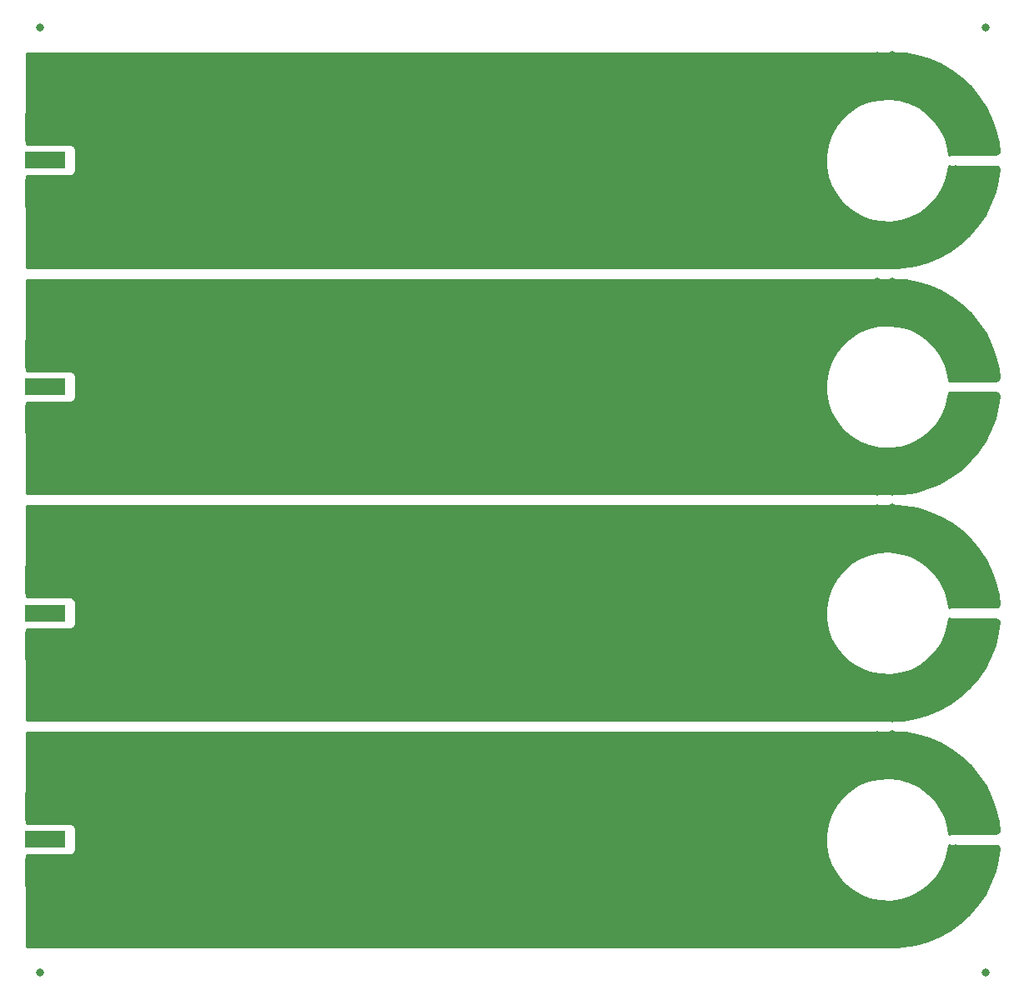
<source format=gbr>
G04 #@! TF.GenerationSoftware,KiCad,Pcbnew,(5.1.0)-1*
G04 #@! TF.CreationDate,2019-04-08T15:48:36-06:00*
G04 #@! TF.ProjectId,H-probe_poly_panelized,482d7072-6f62-4655-9f70-6f6c795f7061,rev?*
G04 #@! TF.SameCoordinates,Original*
G04 #@! TF.FileFunction,Copper,L1,Top*
G04 #@! TF.FilePolarity,Positive*
%FSLAX46Y46*%
G04 Gerber Fmt 4.6, Leading zero omitted, Abs format (unit mm)*
G04 Created by KiCad (PCBNEW (5.1.0)-1) date 2019-04-08 15:48:36*
%MOMM*%
%LPD*%
G04 APERTURE LIST*
%ADD10C,0.800000*%
%ADD11C,6.400000*%
%ADD12R,4.190000X3.000000*%
%ADD13R,4.190000X1.780000*%
%ADD14C,0.500000*%
%ADD15C,0.254000*%
G04 APERTURE END LIST*
D10*
X177197056Y-140302944D03*
X175500000Y-139600000D03*
X173802944Y-140302944D03*
X173100000Y-142000000D03*
X173802944Y-143697056D03*
X175500000Y-144400000D03*
X177197056Y-143697056D03*
X177900000Y-142000000D03*
D11*
X175500000Y-142000000D03*
D10*
X177197056Y-125302944D03*
X175500000Y-124600000D03*
X173802944Y-125302944D03*
X173100000Y-127000000D03*
X173802944Y-128697056D03*
X175500000Y-129400000D03*
X177197056Y-128697056D03*
X177900000Y-127000000D03*
D11*
X175500000Y-127000000D03*
D10*
X143197056Y-140302944D03*
X141500000Y-139600000D03*
X139802944Y-140302944D03*
X139100000Y-142000000D03*
X139802944Y-143697056D03*
X141500000Y-144400000D03*
X143197056Y-143697056D03*
X143900000Y-142000000D03*
D11*
X141500000Y-142000000D03*
D10*
X109197056Y-140302944D03*
X107500000Y-139600000D03*
X105802944Y-140302944D03*
X105100000Y-142000000D03*
X105802944Y-143697056D03*
X107500000Y-144400000D03*
X109197056Y-143697056D03*
X109900000Y-142000000D03*
D11*
X107500000Y-142000000D03*
D10*
X109197056Y-125302944D03*
X107500000Y-124600000D03*
X105802944Y-125302944D03*
X105100000Y-127000000D03*
X105802944Y-128697056D03*
X107500000Y-129400000D03*
X109197056Y-128697056D03*
X109900000Y-127000000D03*
D11*
X107500000Y-127000000D03*
D10*
X143197056Y-125302944D03*
X141500000Y-124600000D03*
X139802944Y-125302944D03*
X139100000Y-127000000D03*
X139802944Y-128697056D03*
X141500000Y-129400000D03*
X143197056Y-128697056D03*
X143900000Y-127000000D03*
D11*
X141500000Y-127000000D03*
D12*
X102500000Y-131175000D03*
X102500000Y-137825000D03*
D13*
X102500000Y-134500000D03*
D10*
X177197056Y-117302944D03*
X175500000Y-116600000D03*
X173802944Y-117302944D03*
X173100000Y-119000000D03*
X173802944Y-120697056D03*
X175500000Y-121400000D03*
X177197056Y-120697056D03*
X177900000Y-119000000D03*
D11*
X175500000Y-119000000D03*
D10*
X177197056Y-102302944D03*
X175500000Y-101600000D03*
X173802944Y-102302944D03*
X173100000Y-104000000D03*
X173802944Y-105697056D03*
X175500000Y-106400000D03*
X177197056Y-105697056D03*
X177900000Y-104000000D03*
D11*
X175500000Y-104000000D03*
D10*
X143197056Y-117302944D03*
X141500000Y-116600000D03*
X139802944Y-117302944D03*
X139100000Y-119000000D03*
X139802944Y-120697056D03*
X141500000Y-121400000D03*
X143197056Y-120697056D03*
X143900000Y-119000000D03*
D11*
X141500000Y-119000000D03*
D10*
X109197056Y-117302944D03*
X107500000Y-116600000D03*
X105802944Y-117302944D03*
X105100000Y-119000000D03*
X105802944Y-120697056D03*
X107500000Y-121400000D03*
X109197056Y-120697056D03*
X109900000Y-119000000D03*
D11*
X107500000Y-119000000D03*
D10*
X109197056Y-102302944D03*
X107500000Y-101600000D03*
X105802944Y-102302944D03*
X105100000Y-104000000D03*
X105802944Y-105697056D03*
X107500000Y-106400000D03*
X109197056Y-105697056D03*
X109900000Y-104000000D03*
D11*
X107500000Y-104000000D03*
D10*
X143197056Y-102302944D03*
X141500000Y-101600000D03*
X139802944Y-102302944D03*
X139100000Y-104000000D03*
X139802944Y-105697056D03*
X141500000Y-106400000D03*
X143197056Y-105697056D03*
X143900000Y-104000000D03*
D11*
X141500000Y-104000000D03*
D12*
X102500000Y-108175000D03*
X102500000Y-114825000D03*
D13*
X102500000Y-111500000D03*
D10*
X177197056Y-94302944D03*
X175500000Y-93600000D03*
X173802944Y-94302944D03*
X173100000Y-96000000D03*
X173802944Y-97697056D03*
X175500000Y-98400000D03*
X177197056Y-97697056D03*
X177900000Y-96000000D03*
D11*
X175500000Y-96000000D03*
D10*
X177197056Y-79302944D03*
X175500000Y-78600000D03*
X173802944Y-79302944D03*
X173100000Y-81000000D03*
X173802944Y-82697056D03*
X175500000Y-83400000D03*
X177197056Y-82697056D03*
X177900000Y-81000000D03*
D11*
X175500000Y-81000000D03*
D10*
X143197056Y-94302944D03*
X141500000Y-93600000D03*
X139802944Y-94302944D03*
X139100000Y-96000000D03*
X139802944Y-97697056D03*
X141500000Y-98400000D03*
X143197056Y-97697056D03*
X143900000Y-96000000D03*
D11*
X141500000Y-96000000D03*
D10*
X109197056Y-94302944D03*
X107500000Y-93600000D03*
X105802944Y-94302944D03*
X105100000Y-96000000D03*
X105802944Y-97697056D03*
X107500000Y-98400000D03*
X109197056Y-97697056D03*
X109900000Y-96000000D03*
D11*
X107500000Y-96000000D03*
D10*
X109197056Y-79302944D03*
X107500000Y-78600000D03*
X105802944Y-79302944D03*
X105100000Y-81000000D03*
X105802944Y-82697056D03*
X107500000Y-83400000D03*
X109197056Y-82697056D03*
X109900000Y-81000000D03*
D11*
X107500000Y-81000000D03*
D10*
X143197056Y-79302944D03*
X141500000Y-78600000D03*
X139802944Y-79302944D03*
X139100000Y-81000000D03*
X139802944Y-82697056D03*
X141500000Y-83400000D03*
X143197056Y-82697056D03*
X143900000Y-81000000D03*
D11*
X141500000Y-81000000D03*
D12*
X102500000Y-85175000D03*
X102500000Y-91825000D03*
D13*
X102500000Y-88500000D03*
X102500000Y-65500000D03*
D12*
X102500000Y-68825000D03*
X102500000Y-62175000D03*
D11*
X141500000Y-58000000D03*
D10*
X143900000Y-58000000D03*
X143197056Y-59697056D03*
X141500000Y-60400000D03*
X139802944Y-59697056D03*
X139100000Y-58000000D03*
X139802944Y-56302944D03*
X141500000Y-55600000D03*
X143197056Y-56302944D03*
D11*
X107500000Y-58000000D03*
D10*
X109900000Y-58000000D03*
X109197056Y-59697056D03*
X107500000Y-60400000D03*
X105802944Y-59697056D03*
X105100000Y-58000000D03*
X105802944Y-56302944D03*
X107500000Y-55600000D03*
X109197056Y-56302944D03*
D11*
X107500000Y-73000000D03*
D10*
X109900000Y-73000000D03*
X109197056Y-74697056D03*
X107500000Y-75400000D03*
X105802944Y-74697056D03*
X105100000Y-73000000D03*
X105802944Y-71302944D03*
X107500000Y-70600000D03*
X109197056Y-71302944D03*
D11*
X141500000Y-73000000D03*
D10*
X143900000Y-73000000D03*
X143197056Y-74697056D03*
X141500000Y-75400000D03*
X139802944Y-74697056D03*
X139100000Y-73000000D03*
X139802944Y-71302944D03*
X141500000Y-70600000D03*
X143197056Y-71302944D03*
D11*
X175500000Y-58000000D03*
D10*
X177900000Y-58000000D03*
X177197056Y-59697056D03*
X175500000Y-60400000D03*
X173802944Y-59697056D03*
X173100000Y-58000000D03*
X173802944Y-56302944D03*
X175500000Y-55600000D03*
X177197056Y-56302944D03*
D11*
X175500000Y-73000000D03*
D10*
X177900000Y-73000000D03*
X177197056Y-74697056D03*
X175500000Y-75400000D03*
X173802944Y-74697056D03*
X173100000Y-73000000D03*
X173802944Y-71302944D03*
X175500000Y-70600000D03*
X177197056Y-71302944D03*
D14*
X102000000Y-52000000D03*
X198000000Y-52000000D03*
X102000000Y-148000000D03*
X198000000Y-148000000D03*
D10*
X198000000Y-52000000D03*
X102000000Y-52000000D03*
X102000000Y-148000000D03*
X198000000Y-148000000D03*
X181000000Y-99000000D03*
X182500000Y-99000000D03*
X178000000Y-78000000D03*
X179500000Y-99000000D03*
X178000000Y-99000000D03*
X179500000Y-78000000D03*
X181000000Y-78000000D03*
X182500000Y-78000000D03*
X110000000Y-99000000D03*
X111500000Y-99000000D03*
X113000000Y-99000000D03*
X114500000Y-99000000D03*
X116000000Y-99000000D03*
X117500000Y-99000000D03*
X119000000Y-99000000D03*
X120500000Y-99000000D03*
X122000000Y-99000000D03*
X123500000Y-99000000D03*
X125000000Y-99000000D03*
X126500000Y-99000000D03*
X128000000Y-99000000D03*
X129500000Y-99000000D03*
X131000000Y-99000000D03*
X132500000Y-99000000D03*
X134000000Y-99000000D03*
X135500000Y-99000000D03*
X137000000Y-99000000D03*
X138500000Y-99000000D03*
X144000000Y-99000000D03*
X145500000Y-99000000D03*
X147000000Y-99000000D03*
X148500000Y-99000000D03*
X150000000Y-99000000D03*
X151500000Y-99000000D03*
X153000000Y-99000000D03*
X154500000Y-99000000D03*
X156000000Y-99000000D03*
X157500000Y-99000000D03*
X159000000Y-99000000D03*
X160500000Y-99000000D03*
X162000000Y-99000000D03*
X163500000Y-99000000D03*
X165000000Y-99000000D03*
X166500000Y-99000000D03*
X168000000Y-99000000D03*
X169500000Y-99000000D03*
X171000000Y-99000000D03*
X172500000Y-99000000D03*
X110000000Y-78000000D03*
X111500000Y-78000000D03*
X113000000Y-78000000D03*
X114500000Y-78000000D03*
X116000000Y-78000000D03*
X117500000Y-78000000D03*
X119000000Y-78000000D03*
X120500000Y-78000000D03*
X122000000Y-78000000D03*
X123500000Y-78000000D03*
X125000000Y-78000000D03*
X126500000Y-78000000D03*
X128000000Y-78000000D03*
X129500000Y-78000000D03*
X131000000Y-78000000D03*
X132500000Y-78000000D03*
X134000000Y-78000000D03*
X135500000Y-78000000D03*
X137000000Y-78000000D03*
X138500000Y-78000000D03*
X144000000Y-78000000D03*
X145500000Y-78000000D03*
X147000000Y-78000000D03*
X148500000Y-78000000D03*
X150000000Y-78000000D03*
X151500000Y-78000000D03*
X153000000Y-78000000D03*
X154500000Y-78000000D03*
X156000000Y-78000000D03*
X157500000Y-78000000D03*
X159000000Y-78000000D03*
X160500000Y-78000000D03*
X162000000Y-78000000D03*
X163500000Y-78000000D03*
X165000000Y-78000000D03*
X166500000Y-78000000D03*
X168000000Y-78000000D03*
X169500000Y-78000000D03*
X171000000Y-78000000D03*
X172500000Y-78000000D03*
X105500000Y-78000000D03*
X104000000Y-78000000D03*
X101000000Y-78000000D03*
X102500000Y-78000000D03*
X104000000Y-99000000D03*
X105500000Y-99000000D03*
X101000000Y-99000000D03*
X102500000Y-99000000D03*
X104000000Y-93000000D03*
X102500000Y-93000000D03*
X101000000Y-93000000D03*
X104000000Y-84000000D03*
X102500000Y-84000000D03*
X101000000Y-84000000D03*
X140000000Y-86500000D03*
X138500000Y-86500000D03*
X102500000Y-86500000D03*
X108500000Y-86500000D03*
X111500000Y-86500000D03*
X129500000Y-86500000D03*
X131000000Y-86500000D03*
X132500000Y-86500000D03*
X134000000Y-86500000D03*
X126500000Y-86500000D03*
X119000000Y-86500000D03*
X117500000Y-86500000D03*
X101000000Y-86500000D03*
X107000000Y-86500000D03*
X125000000Y-86500000D03*
X137000000Y-86500000D03*
X128000000Y-86500000D03*
X116000000Y-86500000D03*
X114500000Y-86500000D03*
X123500000Y-86500000D03*
X105500000Y-86500000D03*
X110000000Y-86500000D03*
X135500000Y-86500000D03*
X113000000Y-86500000D03*
X122000000Y-86500000D03*
X104000000Y-86500000D03*
X120500000Y-86500000D03*
X141500000Y-86500000D03*
X177500000Y-86500000D03*
X176000000Y-86500000D03*
X144500000Y-86500000D03*
X143000000Y-86500000D03*
X147500000Y-86500000D03*
X150500000Y-86500000D03*
X146000000Y-86500000D03*
X149000000Y-86500000D03*
X158000000Y-86500000D03*
X152000000Y-86500000D03*
X152000000Y-86500000D03*
X153500000Y-86500000D03*
X155000000Y-86500000D03*
X156500000Y-86500000D03*
X161000000Y-86500000D03*
X159500000Y-86500000D03*
X162500000Y-86500000D03*
X164000000Y-86500000D03*
X165500000Y-86500000D03*
X167000000Y-86500000D03*
X168500000Y-86500000D03*
X170000000Y-86500000D03*
X171500000Y-86500000D03*
X173000000Y-86500000D03*
X174500000Y-86500000D03*
X104000000Y-90500000D03*
X102500000Y-90500000D03*
X101000000Y-90500000D03*
X101000000Y-79500000D03*
X101000000Y-97500000D03*
X179000000Y-86500000D03*
X107000000Y-90500000D03*
X105500000Y-90500000D03*
X108500000Y-90500000D03*
X110000000Y-90500000D03*
X111500000Y-90500000D03*
X113000000Y-90500000D03*
X114500000Y-90500000D03*
X116000000Y-90500000D03*
X117500000Y-90500000D03*
X119000000Y-90500000D03*
X120500000Y-90500000D03*
X122000000Y-90500000D03*
X123500000Y-90500000D03*
X125000000Y-90500000D03*
X126500000Y-90500000D03*
X128000000Y-90500000D03*
X129500000Y-90500000D03*
X131000000Y-90500000D03*
X132500000Y-90500000D03*
X134000000Y-90500000D03*
X135500000Y-90500000D03*
X137000000Y-90500000D03*
X138500000Y-90500000D03*
X140000000Y-90500000D03*
X141500000Y-90500000D03*
X143000000Y-90500000D03*
X144500000Y-90500000D03*
X146000000Y-90500000D03*
X147500000Y-90500000D03*
X149000000Y-90500000D03*
X150500000Y-90500000D03*
X152000000Y-90500000D03*
X152000000Y-90500000D03*
X153500000Y-90500000D03*
X155000000Y-90500000D03*
X156500000Y-90500000D03*
X158000000Y-90500000D03*
X159500000Y-90500000D03*
X161000000Y-90500000D03*
X162500000Y-90500000D03*
X164000000Y-90500000D03*
X165500000Y-90500000D03*
X167000000Y-90500000D03*
X168500000Y-90500000D03*
X170000000Y-90500000D03*
X171500000Y-90500000D03*
X173000000Y-90500000D03*
X174500000Y-90500000D03*
X176000000Y-90500000D03*
X177500000Y-90500000D03*
X181000000Y-88500000D03*
X181160681Y-89991213D03*
X181635347Y-91413966D03*
X182402207Y-92702942D03*
X183426056Y-93798965D03*
X184659889Y-94651720D03*
X186047062Y-95222056D03*
X187523893Y-95483790D03*
X189022581Y-95424906D03*
X190474324Y-95048108D03*
X191812473Y-94370694D03*
X192975596Y-93423763D03*
X193910295Y-92250788D03*
X194573660Y-90905618D03*
X194935235Y-89450009D03*
X181160681Y-87008787D03*
X181635347Y-85586034D03*
X182402207Y-84297058D03*
X183426056Y-83201035D03*
X184659889Y-82348280D03*
X186047062Y-81777944D03*
X187523893Y-81516210D03*
X189022581Y-81575094D03*
X190474324Y-81951892D03*
X191812473Y-82629306D03*
X192975596Y-83576237D03*
X193910295Y-84749212D03*
X194573660Y-86094382D03*
X194935235Y-87549991D03*
X177892607Y-91977156D03*
X178491886Y-93383213D03*
X179285582Y-94689421D03*
X180257467Y-95869069D03*
X181387667Y-96898039D03*
X182653074Y-97755289D03*
X184027812Y-98423292D03*
X185483771Y-98888387D03*
X186991181Y-99141066D03*
X188519219Y-99176161D03*
X190036640Y-98992955D03*
X191512416Y-98595193D03*
X192916373Y-97991010D03*
X194219802Y-97192759D03*
X195396051Y-96216763D03*
X196421069Y-95082978D03*
X197273897Y-93814587D03*
X197937097Y-92437525D03*
X198397107Y-90979952D03*
X198644523Y-89471669D03*
X177892607Y-85022844D03*
X178491886Y-83616787D03*
X179285582Y-82310579D03*
X180257467Y-81130931D03*
X181387667Y-80101961D03*
X182653074Y-79244711D03*
X184027812Y-78576708D03*
X185483771Y-78111613D03*
X186991181Y-77858934D03*
X188519219Y-77823839D03*
X190036640Y-78007045D03*
X191512416Y-78404807D03*
X192916373Y-79008990D03*
X194219802Y-79807241D03*
X195396051Y-80783237D03*
X196421069Y-81917022D03*
X197273897Y-83185413D03*
X197937097Y-84562475D03*
X198397107Y-86020048D03*
X198644523Y-87528331D03*
X180000000Y-86500000D03*
X101000000Y-81000000D03*
X101000000Y-82500000D03*
X101000000Y-96000000D03*
X101000000Y-94500000D03*
X101000000Y-88500000D03*
X104000000Y-88500000D03*
X102500000Y-88500632D03*
X181000000Y-122000000D03*
X182500000Y-122000000D03*
X178000000Y-101000000D03*
X179500000Y-122000000D03*
X178000000Y-122000000D03*
X179500000Y-101000000D03*
X181000000Y-101000000D03*
X182500000Y-101000000D03*
X110000000Y-122000000D03*
X111500000Y-122000000D03*
X113000000Y-122000000D03*
X114500000Y-122000000D03*
X116000000Y-122000000D03*
X117500000Y-122000000D03*
X119000000Y-122000000D03*
X120500000Y-122000000D03*
X122000000Y-122000000D03*
X123500000Y-122000000D03*
X125000000Y-122000000D03*
X126500000Y-122000000D03*
X128000000Y-122000000D03*
X129500000Y-122000000D03*
X131000000Y-122000000D03*
X132500000Y-122000000D03*
X134000000Y-122000000D03*
X135500000Y-122000000D03*
X137000000Y-122000000D03*
X138500000Y-122000000D03*
X144000000Y-122000000D03*
X145500000Y-122000000D03*
X147000000Y-122000000D03*
X148500000Y-122000000D03*
X150000000Y-122000000D03*
X151500000Y-122000000D03*
X153000000Y-122000000D03*
X154500000Y-122000000D03*
X156000000Y-122000000D03*
X157500000Y-122000000D03*
X159000000Y-122000000D03*
X160500000Y-122000000D03*
X162000000Y-122000000D03*
X163500000Y-122000000D03*
X165000000Y-122000000D03*
X166500000Y-122000000D03*
X168000000Y-122000000D03*
X169500000Y-122000000D03*
X171000000Y-122000000D03*
X172500000Y-122000000D03*
X110000000Y-101000000D03*
X111500000Y-101000000D03*
X113000000Y-101000000D03*
X114500000Y-101000000D03*
X116000000Y-101000000D03*
X117500000Y-101000000D03*
X119000000Y-101000000D03*
X120500000Y-101000000D03*
X122000000Y-101000000D03*
X123500000Y-101000000D03*
X125000000Y-101000000D03*
X126500000Y-101000000D03*
X128000000Y-101000000D03*
X129500000Y-101000000D03*
X131000000Y-101000000D03*
X132500000Y-101000000D03*
X134000000Y-101000000D03*
X135500000Y-101000000D03*
X137000000Y-101000000D03*
X138500000Y-101000000D03*
X144000000Y-101000000D03*
X145500000Y-101000000D03*
X147000000Y-101000000D03*
X148500000Y-101000000D03*
X150000000Y-101000000D03*
X151500000Y-101000000D03*
X153000000Y-101000000D03*
X154500000Y-101000000D03*
X156000000Y-101000000D03*
X157500000Y-101000000D03*
X159000000Y-101000000D03*
X160500000Y-101000000D03*
X162000000Y-101000000D03*
X163500000Y-101000000D03*
X165000000Y-101000000D03*
X166500000Y-101000000D03*
X168000000Y-101000000D03*
X169500000Y-101000000D03*
X171000000Y-101000000D03*
X172500000Y-101000000D03*
X105500000Y-101000000D03*
X104000000Y-101000000D03*
X101000000Y-101000000D03*
X102500000Y-101000000D03*
X104000000Y-122000000D03*
X105500000Y-122000000D03*
X101000000Y-122000000D03*
X102500000Y-122000000D03*
X104000000Y-116000000D03*
X102500000Y-116000000D03*
X101000000Y-116000000D03*
X104000000Y-107000000D03*
X102500000Y-107000000D03*
X101000000Y-107000000D03*
X140000000Y-109500000D03*
X138500000Y-109500000D03*
X102500000Y-109500000D03*
X108500000Y-109500000D03*
X111500000Y-109500000D03*
X129500000Y-109500000D03*
X131000000Y-109500000D03*
X132500000Y-109500000D03*
X134000000Y-109500000D03*
X126500000Y-109500000D03*
X119000000Y-109500000D03*
X117500000Y-109500000D03*
X101000000Y-109500000D03*
X107000000Y-109500000D03*
X125000000Y-109500000D03*
X137000000Y-109500000D03*
X128000000Y-109500000D03*
X116000000Y-109500000D03*
X114500000Y-109500000D03*
X123500000Y-109500000D03*
X105500000Y-109500000D03*
X110000000Y-109500000D03*
X135500000Y-109500000D03*
X113000000Y-109500000D03*
X122000000Y-109500000D03*
X104000000Y-109500000D03*
X120500000Y-109500000D03*
X141500000Y-109500000D03*
X177500000Y-109500000D03*
X176000000Y-109500000D03*
X144500000Y-109500000D03*
X143000000Y-109500000D03*
X147500000Y-109500000D03*
X150500000Y-109500000D03*
X146000000Y-109500000D03*
X149000000Y-109500000D03*
X158000000Y-109500000D03*
X152000000Y-109500000D03*
X152000000Y-109500000D03*
X153500000Y-109500000D03*
X155000000Y-109500000D03*
X156500000Y-109500000D03*
X161000000Y-109500000D03*
X159500000Y-109500000D03*
X162500000Y-109500000D03*
X164000000Y-109500000D03*
X165500000Y-109500000D03*
X167000000Y-109500000D03*
X168500000Y-109500000D03*
X170000000Y-109500000D03*
X171500000Y-109500000D03*
X173000000Y-109500000D03*
X174500000Y-109500000D03*
X104000000Y-113500000D03*
X102500000Y-113500000D03*
X101000000Y-113500000D03*
X101000000Y-102500000D03*
X101000000Y-120500000D03*
X179000000Y-109500000D03*
X107000000Y-113500000D03*
X105500000Y-113500000D03*
X108500000Y-113500000D03*
X110000000Y-113500000D03*
X111500000Y-113500000D03*
X113000000Y-113500000D03*
X114500000Y-113500000D03*
X116000000Y-113500000D03*
X117500000Y-113500000D03*
X119000000Y-113500000D03*
X120500000Y-113500000D03*
X122000000Y-113500000D03*
X123500000Y-113500000D03*
X125000000Y-113500000D03*
X126500000Y-113500000D03*
X128000000Y-113500000D03*
X129500000Y-113500000D03*
X131000000Y-113500000D03*
X132500000Y-113500000D03*
X134000000Y-113500000D03*
X135500000Y-113500000D03*
X137000000Y-113500000D03*
X138500000Y-113500000D03*
X140000000Y-113500000D03*
X141500000Y-113500000D03*
X143000000Y-113500000D03*
X144500000Y-113500000D03*
X146000000Y-113500000D03*
X147500000Y-113500000D03*
X149000000Y-113500000D03*
X150500000Y-113500000D03*
X152000000Y-113500000D03*
X152000000Y-113500000D03*
X153500000Y-113500000D03*
X155000000Y-113500000D03*
X156500000Y-113500000D03*
X158000000Y-113500000D03*
X159500000Y-113500000D03*
X161000000Y-113500000D03*
X162500000Y-113500000D03*
X164000000Y-113500000D03*
X165500000Y-113500000D03*
X167000000Y-113500000D03*
X168500000Y-113500000D03*
X170000000Y-113500000D03*
X171500000Y-113500000D03*
X173000000Y-113500000D03*
X174500000Y-113500000D03*
X176000000Y-113500000D03*
X177500000Y-113500000D03*
X181000000Y-111500000D03*
X181160681Y-112991213D03*
X181635347Y-114413966D03*
X182402207Y-115702942D03*
X183426056Y-116798965D03*
X184659889Y-117651720D03*
X186047062Y-118222056D03*
X187523893Y-118483790D03*
X189022581Y-118424906D03*
X190474324Y-118048108D03*
X191812473Y-117370694D03*
X192975596Y-116423763D03*
X193910295Y-115250788D03*
X194573660Y-113905618D03*
X194935235Y-112450009D03*
X181160681Y-110008787D03*
X181635347Y-108586034D03*
X182402207Y-107297058D03*
X183426056Y-106201035D03*
X184659889Y-105348280D03*
X186047062Y-104777944D03*
X187523893Y-104516210D03*
X189022581Y-104575094D03*
X190474324Y-104951892D03*
X191812473Y-105629306D03*
X192975596Y-106576237D03*
X193910295Y-107749212D03*
X194573660Y-109094382D03*
X194935235Y-110549991D03*
X177892607Y-114977156D03*
X178491886Y-116383213D03*
X179285582Y-117689421D03*
X180257467Y-118869069D03*
X181387667Y-119898039D03*
X182653074Y-120755289D03*
X184027812Y-121423292D03*
X185483771Y-121888387D03*
X186991181Y-122141066D03*
X188519219Y-122176161D03*
X190036640Y-121992955D03*
X191512416Y-121595193D03*
X192916373Y-120991010D03*
X194219802Y-120192759D03*
X195396051Y-119216763D03*
X196421069Y-118082978D03*
X197273897Y-116814587D03*
X197937097Y-115437525D03*
X198397107Y-113979952D03*
X198644523Y-112471669D03*
X177892607Y-108022844D03*
X178491886Y-106616787D03*
X179285582Y-105310579D03*
X180257467Y-104130931D03*
X181387667Y-103101961D03*
X182653074Y-102244711D03*
X184027812Y-101576708D03*
X185483771Y-101111613D03*
X186991181Y-100858934D03*
X188519219Y-100823839D03*
X190036640Y-101007045D03*
X191512416Y-101404807D03*
X192916373Y-102008990D03*
X194219802Y-102807241D03*
X195396051Y-103783237D03*
X196421069Y-104917022D03*
X197273897Y-106185413D03*
X197937097Y-107562475D03*
X198397107Y-109020048D03*
X198644523Y-110528331D03*
X180000000Y-109500000D03*
X101000000Y-104000000D03*
X101000000Y-105500000D03*
X101000000Y-119000000D03*
X101000000Y-117500000D03*
X101000000Y-111500000D03*
X104000000Y-111500000D03*
X102500000Y-111500632D03*
X181000000Y-145000000D03*
X182500000Y-145000000D03*
X178000000Y-124000000D03*
X179500000Y-145000000D03*
X178000000Y-145000000D03*
X179500000Y-124000000D03*
X181000000Y-124000000D03*
X182500000Y-124000000D03*
X110000000Y-145000000D03*
X111500000Y-145000000D03*
X113000000Y-145000000D03*
X114500000Y-145000000D03*
X116000000Y-145000000D03*
X117500000Y-145000000D03*
X119000000Y-145000000D03*
X120500000Y-145000000D03*
X122000000Y-145000000D03*
X123500000Y-145000000D03*
X125000000Y-145000000D03*
X126500000Y-145000000D03*
X128000000Y-145000000D03*
X129500000Y-145000000D03*
X131000000Y-145000000D03*
X132500000Y-145000000D03*
X134000000Y-145000000D03*
X135500000Y-145000000D03*
X137000000Y-145000000D03*
X138500000Y-145000000D03*
X144000000Y-145000000D03*
X145500000Y-145000000D03*
X147000000Y-145000000D03*
X148500000Y-145000000D03*
X150000000Y-145000000D03*
X151500000Y-145000000D03*
X153000000Y-145000000D03*
X154500000Y-145000000D03*
X156000000Y-145000000D03*
X157500000Y-145000000D03*
X159000000Y-145000000D03*
X160500000Y-145000000D03*
X162000000Y-145000000D03*
X163500000Y-145000000D03*
X165000000Y-145000000D03*
X166500000Y-145000000D03*
X168000000Y-145000000D03*
X169500000Y-145000000D03*
X171000000Y-145000000D03*
X172500000Y-145000000D03*
X110000000Y-124000000D03*
X111500000Y-124000000D03*
X113000000Y-124000000D03*
X114500000Y-124000000D03*
X116000000Y-124000000D03*
X117500000Y-124000000D03*
X119000000Y-124000000D03*
X120500000Y-124000000D03*
X122000000Y-124000000D03*
X123500000Y-124000000D03*
X125000000Y-124000000D03*
X126500000Y-124000000D03*
X128000000Y-124000000D03*
X129500000Y-124000000D03*
X131000000Y-124000000D03*
X132500000Y-124000000D03*
X134000000Y-124000000D03*
X135500000Y-124000000D03*
X137000000Y-124000000D03*
X138500000Y-124000000D03*
X144000000Y-124000000D03*
X145500000Y-124000000D03*
X147000000Y-124000000D03*
X148500000Y-124000000D03*
X150000000Y-124000000D03*
X151500000Y-124000000D03*
X153000000Y-124000000D03*
X154500000Y-124000000D03*
X156000000Y-124000000D03*
X157500000Y-124000000D03*
X159000000Y-124000000D03*
X160500000Y-124000000D03*
X162000000Y-124000000D03*
X163500000Y-124000000D03*
X165000000Y-124000000D03*
X166500000Y-124000000D03*
X168000000Y-124000000D03*
X169500000Y-124000000D03*
X171000000Y-124000000D03*
X172500000Y-124000000D03*
X105500000Y-124000000D03*
X104000000Y-124000000D03*
X101000000Y-124000000D03*
X102500000Y-124000000D03*
X104000000Y-145000000D03*
X105500000Y-145000000D03*
X101000000Y-145000000D03*
X102500000Y-145000000D03*
X104000000Y-139000000D03*
X102500000Y-139000000D03*
X101000000Y-139000000D03*
X104000000Y-130000000D03*
X102500000Y-130000000D03*
X101000000Y-130000000D03*
X140000000Y-132500000D03*
X138500000Y-132500000D03*
X102500000Y-132500000D03*
X108500000Y-132500000D03*
X111500000Y-132500000D03*
X129500000Y-132500000D03*
X131000000Y-132500000D03*
X132500000Y-132500000D03*
X134000000Y-132500000D03*
X126500000Y-132500000D03*
X119000000Y-132500000D03*
X117500000Y-132500000D03*
X101000000Y-132500000D03*
X107000000Y-132500000D03*
X125000000Y-132500000D03*
X137000000Y-132500000D03*
X128000000Y-132500000D03*
X116000000Y-132500000D03*
X114500000Y-132500000D03*
X123500000Y-132500000D03*
X105500000Y-132500000D03*
X110000000Y-132500000D03*
X135500000Y-132500000D03*
X113000000Y-132500000D03*
X122000000Y-132500000D03*
X104000000Y-132500000D03*
X120500000Y-132500000D03*
X141500000Y-132500000D03*
X177500000Y-132500000D03*
X176000000Y-132500000D03*
X144500000Y-132500000D03*
X143000000Y-132500000D03*
X147500000Y-132500000D03*
X150500000Y-132500000D03*
X146000000Y-132500000D03*
X149000000Y-132500000D03*
X158000000Y-132500000D03*
X152000000Y-132500000D03*
X152000000Y-132500000D03*
X153500000Y-132500000D03*
X155000000Y-132500000D03*
X156500000Y-132500000D03*
X161000000Y-132500000D03*
X159500000Y-132500000D03*
X162500000Y-132500000D03*
X164000000Y-132500000D03*
X165500000Y-132500000D03*
X167000000Y-132500000D03*
X168500000Y-132500000D03*
X170000000Y-132500000D03*
X171500000Y-132500000D03*
X173000000Y-132500000D03*
X174500000Y-132500000D03*
X104000000Y-136500000D03*
X102500000Y-136500000D03*
X101000000Y-136500000D03*
X101000000Y-125500000D03*
X101000000Y-143500000D03*
X179000000Y-132500000D03*
X107000000Y-136500000D03*
X105500000Y-136500000D03*
X108500000Y-136500000D03*
X110000000Y-136500000D03*
X111500000Y-136500000D03*
X113000000Y-136500000D03*
X114500000Y-136500000D03*
X116000000Y-136500000D03*
X117500000Y-136500000D03*
X119000000Y-136500000D03*
X120500000Y-136500000D03*
X122000000Y-136500000D03*
X123500000Y-136500000D03*
X125000000Y-136500000D03*
X126500000Y-136500000D03*
X128000000Y-136500000D03*
X129500000Y-136500000D03*
X131000000Y-136500000D03*
X132500000Y-136500000D03*
X134000000Y-136500000D03*
X135500000Y-136500000D03*
X137000000Y-136500000D03*
X138500000Y-136500000D03*
X140000000Y-136500000D03*
X141500000Y-136500000D03*
X143000000Y-136500000D03*
X144500000Y-136500000D03*
X146000000Y-136500000D03*
X147500000Y-136500000D03*
X149000000Y-136500000D03*
X150500000Y-136500000D03*
X152000000Y-136500000D03*
X152000000Y-136500000D03*
X153500000Y-136500000D03*
X155000000Y-136500000D03*
X156500000Y-136500000D03*
X158000000Y-136500000D03*
X159500000Y-136500000D03*
X161000000Y-136500000D03*
X162500000Y-136500000D03*
X164000000Y-136500000D03*
X165500000Y-136500000D03*
X167000000Y-136500000D03*
X168500000Y-136500000D03*
X170000000Y-136500000D03*
X171500000Y-136500000D03*
X173000000Y-136500000D03*
X174500000Y-136500000D03*
X176000000Y-136500000D03*
X177500000Y-136500000D03*
X181000000Y-134500000D03*
X181160681Y-135991213D03*
X181635347Y-137413966D03*
X182402207Y-138702942D03*
X183426056Y-139798965D03*
X184659889Y-140651720D03*
X186047062Y-141222056D03*
X187523893Y-141483790D03*
X189022581Y-141424906D03*
X190474324Y-141048108D03*
X191812473Y-140370694D03*
X192975596Y-139423763D03*
X193910295Y-138250788D03*
X194573660Y-136905618D03*
X194935235Y-135450009D03*
X181160681Y-133008787D03*
X181635347Y-131586034D03*
X182402207Y-130297058D03*
X183426056Y-129201035D03*
X184659889Y-128348280D03*
X186047062Y-127777944D03*
X187523893Y-127516210D03*
X189022581Y-127575094D03*
X190474324Y-127951892D03*
X191812473Y-128629306D03*
X192975596Y-129576237D03*
X193910295Y-130749212D03*
X194573660Y-132094382D03*
X194935235Y-133549991D03*
X177892607Y-137977156D03*
X178491886Y-139383213D03*
X179285582Y-140689421D03*
X180257467Y-141869069D03*
X181387667Y-142898039D03*
X182653074Y-143755289D03*
X184027812Y-144423292D03*
X185483771Y-144888387D03*
X186991181Y-145141066D03*
X188519219Y-145176161D03*
X190036640Y-144992955D03*
X191512416Y-144595193D03*
X192916373Y-143991010D03*
X194219802Y-143192759D03*
X195396051Y-142216763D03*
X196421069Y-141082978D03*
X197273897Y-139814587D03*
X197937097Y-138437525D03*
X198397107Y-136979952D03*
X198644523Y-135471669D03*
X177892607Y-131022844D03*
X178491886Y-129616787D03*
X179285582Y-128310579D03*
X180257467Y-127130931D03*
X181387667Y-126101961D03*
X182653074Y-125244711D03*
X184027812Y-124576708D03*
X185483771Y-124111613D03*
X186991181Y-123858934D03*
X188519219Y-123823839D03*
X190036640Y-124007045D03*
X191512416Y-124404807D03*
X192916373Y-125008990D03*
X194219802Y-125807241D03*
X195396051Y-126783237D03*
X196421069Y-127917022D03*
X197273897Y-129185413D03*
X197937097Y-130562475D03*
X198397107Y-132020048D03*
X198644523Y-133528331D03*
X180000000Y-132500000D03*
X101000000Y-127000000D03*
X101000000Y-128500000D03*
X101000000Y-142000000D03*
X101000000Y-140500000D03*
X101000000Y-134500000D03*
X104000000Y-134500000D03*
X102500000Y-134500632D03*
X178000000Y-76000000D03*
X179500000Y-76000000D03*
X181000000Y-76000000D03*
X182500000Y-76000000D03*
X178000000Y-55000000D03*
X179500000Y-55000000D03*
X181000000Y-55000000D03*
X182500000Y-55000000D03*
X110000000Y-76000000D03*
X111500000Y-76000000D03*
X113000000Y-76000000D03*
X114500000Y-76000000D03*
X116000000Y-76000000D03*
X117500000Y-76000000D03*
X119000000Y-76000000D03*
X120500000Y-76000000D03*
X122000000Y-76000000D03*
X123500000Y-76000000D03*
X125000000Y-76000000D03*
X126500000Y-76000000D03*
X128000000Y-76000000D03*
X129500000Y-76000000D03*
X131000000Y-76000000D03*
X132500000Y-76000000D03*
X134000000Y-76000000D03*
X135500000Y-76000000D03*
X137000000Y-76000000D03*
X138500000Y-76000000D03*
X144000000Y-76000000D03*
X145500000Y-76000000D03*
X147000000Y-76000000D03*
X148500000Y-76000000D03*
X150000000Y-76000000D03*
X151500000Y-76000000D03*
X153000000Y-76000000D03*
X154500000Y-76000000D03*
X156000000Y-76000000D03*
X157500000Y-76000000D03*
X159000000Y-76000000D03*
X160500000Y-76000000D03*
X162000000Y-76000000D03*
X163500000Y-76000000D03*
X165000000Y-76000000D03*
X166500000Y-76000000D03*
X168000000Y-76000000D03*
X169500000Y-76000000D03*
X171000000Y-76000000D03*
X172500000Y-76000000D03*
X110000000Y-55000000D03*
X111500000Y-55000000D03*
X113000000Y-55000000D03*
X114500000Y-55000000D03*
X116000000Y-55000000D03*
X117500000Y-55000000D03*
X119000000Y-55000000D03*
X120500000Y-55000000D03*
X122000000Y-55000000D03*
X123500000Y-55000000D03*
X125000000Y-55000000D03*
X126500000Y-55000000D03*
X128000000Y-55000000D03*
X129500000Y-55000000D03*
X131000000Y-55000000D03*
X132500000Y-55000000D03*
X134000000Y-55000000D03*
X135500000Y-55000000D03*
X137000000Y-55000000D03*
X138500000Y-55000000D03*
X144000000Y-55000000D03*
X145500000Y-55000000D03*
X147000000Y-55000000D03*
X148500000Y-55000000D03*
X150000000Y-55000000D03*
X151500000Y-55000000D03*
X153000000Y-55000000D03*
X154500000Y-55000000D03*
X156000000Y-55000000D03*
X157500000Y-55000000D03*
X159000000Y-55000000D03*
X160500000Y-55000000D03*
X162000000Y-55000000D03*
X163500000Y-55000000D03*
X165000000Y-55000000D03*
X166500000Y-55000000D03*
X168000000Y-55000000D03*
X169500000Y-55000000D03*
X171000000Y-55000000D03*
X172500000Y-55000000D03*
X105500000Y-55000000D03*
X104000000Y-55000000D03*
X101000000Y-55000000D03*
X102500000Y-55000000D03*
X104000000Y-76000000D03*
X105500000Y-76000000D03*
X101000000Y-76000000D03*
X102500000Y-76000000D03*
X104000000Y-70000000D03*
X102500000Y-70000000D03*
X101000000Y-70000000D03*
X104000000Y-61000000D03*
X102500000Y-61000000D03*
X101000000Y-61000000D03*
X140000000Y-63500000D03*
X138500000Y-63500000D03*
X102500000Y-63500000D03*
X108500000Y-63500000D03*
X111500000Y-63500000D03*
X129500000Y-63500000D03*
X131000000Y-63500000D03*
X132500000Y-63500000D03*
X134000000Y-63500000D03*
X126500000Y-63500000D03*
X119000000Y-63500000D03*
X117500000Y-63500000D03*
X101000000Y-63500000D03*
X107000000Y-63500000D03*
X125000000Y-63500000D03*
X137000000Y-63500000D03*
X128000000Y-63500000D03*
X116000000Y-63500000D03*
X114500000Y-63500000D03*
X123500000Y-63500000D03*
X105500000Y-63500000D03*
X110000000Y-63500000D03*
X135500000Y-63500000D03*
X113000000Y-63500000D03*
X122000000Y-63500000D03*
X104000000Y-63500000D03*
X120500000Y-63500000D03*
X141500000Y-63500000D03*
X177500000Y-63500000D03*
X176000000Y-63500000D03*
X144500000Y-63500000D03*
X143000000Y-63500000D03*
X147500000Y-63500000D03*
X150500000Y-63500000D03*
X146000000Y-63500000D03*
X149000000Y-63500000D03*
X158000000Y-63500000D03*
X152000000Y-63500000D03*
X152000000Y-63500000D03*
X153500000Y-63500000D03*
X155000000Y-63500000D03*
X156500000Y-63500000D03*
X161000000Y-63500000D03*
X159500000Y-63500000D03*
X162500000Y-63500000D03*
X164000000Y-63500000D03*
X165500000Y-63500000D03*
X167000000Y-63500000D03*
X168500000Y-63500000D03*
X170000000Y-63500000D03*
X171500000Y-63500000D03*
X173000000Y-63500000D03*
X174500000Y-63500000D03*
X104000000Y-67500000D03*
X102500000Y-67500000D03*
X101000000Y-67500000D03*
X101000000Y-56500000D03*
X101000000Y-74500000D03*
X179000000Y-63500000D03*
X107000000Y-67500000D03*
X105500000Y-67500000D03*
X108500000Y-67500000D03*
X110000000Y-67500000D03*
X111500000Y-67500000D03*
X113000000Y-67500000D03*
X114500000Y-67500000D03*
X116000000Y-67500000D03*
X117500000Y-67500000D03*
X119000000Y-67500000D03*
X120500000Y-67500000D03*
X122000000Y-67500000D03*
X123500000Y-67500000D03*
X125000000Y-67500000D03*
X126500000Y-67500000D03*
X128000000Y-67500000D03*
X129500000Y-67500000D03*
X131000000Y-67500000D03*
X132500000Y-67500000D03*
X134000000Y-67500000D03*
X135500000Y-67500000D03*
X137000000Y-67500000D03*
X138500000Y-67500000D03*
X140000000Y-67500000D03*
X141500000Y-67500000D03*
X143000000Y-67500000D03*
X144500000Y-67500000D03*
X146000000Y-67500000D03*
X147500000Y-67500000D03*
X149000000Y-67500000D03*
X150500000Y-67500000D03*
X152000000Y-67500000D03*
X152000000Y-67500000D03*
X153500000Y-67500000D03*
X155000000Y-67500000D03*
X156500000Y-67500000D03*
X158000000Y-67500000D03*
X159500000Y-67500000D03*
X161000000Y-67500000D03*
X162500000Y-67500000D03*
X164000000Y-67500000D03*
X165500000Y-67500000D03*
X167000000Y-67500000D03*
X168500000Y-67500000D03*
X170000000Y-67500000D03*
X171500000Y-67500000D03*
X173000000Y-67500000D03*
X174500000Y-67500000D03*
X176000000Y-67500000D03*
X177500000Y-67500000D03*
X181000000Y-65500000D03*
X181160681Y-66991213D03*
X181635347Y-68413966D03*
X182402207Y-69702942D03*
X183426056Y-70798965D03*
X184659889Y-71651720D03*
X186047062Y-72222056D03*
X187523893Y-72483790D03*
X189022581Y-72424906D03*
X190474324Y-72048108D03*
X191812473Y-71370694D03*
X192975596Y-70423763D03*
X193910295Y-69250788D03*
X194573660Y-67905618D03*
X194935235Y-66450009D03*
X181160681Y-64008787D03*
X181635347Y-62586034D03*
X182402207Y-61297058D03*
X183426056Y-60201035D03*
X184659889Y-59348280D03*
X186047062Y-58777944D03*
X187523893Y-58516210D03*
X189022581Y-58575094D03*
X190474324Y-58951892D03*
X191812473Y-59629306D03*
X192975596Y-60576237D03*
X193910295Y-61749212D03*
X194573660Y-63094382D03*
X194935235Y-64549991D03*
X177892607Y-68977156D03*
X178491886Y-70383213D03*
X179285582Y-71689421D03*
X180257467Y-72869069D03*
X181387667Y-73898039D03*
X182653074Y-74755289D03*
X184027812Y-75423292D03*
X185483771Y-75888387D03*
X186991181Y-76141066D03*
X188519219Y-76176161D03*
X190036640Y-75992955D03*
X191512416Y-75595193D03*
X192916373Y-74991010D03*
X194219802Y-74192759D03*
X195396051Y-73216763D03*
X196421069Y-72082978D03*
X197273897Y-70814587D03*
X197937097Y-69437525D03*
X198397107Y-67979952D03*
X198644523Y-66471669D03*
X177892607Y-62022844D03*
X178491886Y-60616787D03*
X179285582Y-59310579D03*
X180257467Y-58130931D03*
X181387667Y-57101961D03*
X182653074Y-56244711D03*
X184027812Y-55576708D03*
X185483771Y-55111613D03*
X186991181Y-54858934D03*
X188519219Y-54823839D03*
X190036640Y-55007045D03*
X191512416Y-55404807D03*
X192916373Y-56008990D03*
X194219802Y-56807241D03*
X195396051Y-57783237D03*
X196421069Y-58917022D03*
X197273897Y-60185413D03*
X197937097Y-61562475D03*
X198397107Y-63020048D03*
X198644523Y-64528331D03*
X180000000Y-63500000D03*
X101000000Y-58000000D03*
X101000000Y-59500000D03*
X101000000Y-73000000D03*
X101000000Y-71500000D03*
X101000000Y-65500000D03*
X104000000Y-65500000D03*
X102500000Y-65500632D03*
D15*
G36*
X189771354Y-54677450D02*
G01*
X191025351Y-54899691D01*
X192244852Y-55266719D01*
X193413205Y-55773523D01*
X194514445Y-56413175D01*
X195533531Y-57176937D01*
X196456556Y-58054387D01*
X197270906Y-59033535D01*
X197965451Y-60101003D01*
X198530714Y-61242217D01*
X198958968Y-62441580D01*
X199244368Y-63682726D01*
X199343927Y-64591783D01*
X199319148Y-64684259D01*
X199184259Y-64819148D01*
X198983279Y-64873000D01*
X194500000Y-64873000D01*
X194467130Y-64877327D01*
X194254113Y-64934405D01*
X194189994Y-64319195D01*
X193902546Y-63293129D01*
X193446325Y-62330163D01*
X192834378Y-61457833D01*
X192084201Y-60701080D01*
X191217244Y-60081544D01*
X190258296Y-59616937D01*
X189234777Y-59320546D01*
X188175951Y-59200844D01*
X187112095Y-59261254D01*
X186073626Y-59500049D01*
X185090239Y-59910401D01*
X184190050Y-60480577D01*
X183398800Y-61194273D01*
X182739112Y-62031083D01*
X182229849Y-62967081D01*
X181885572Y-63975502D01*
X181716125Y-65027513D01*
X181726354Y-66093034D01*
X181915965Y-67141599D01*
X182279538Y-68143225D01*
X182806676Y-69069273D01*
X183482307Y-69893265D01*
X184287113Y-70591640D01*
X185198081Y-71144429D01*
X186189165Y-71535827D01*
X187232027Y-71754642D01*
X188296847Y-71794617D01*
X189353179Y-71654611D01*
X190370820Y-71338625D01*
X191320671Y-70855695D01*
X192175575Y-70219629D01*
X192911086Y-69448615D01*
X193506174Y-68564697D01*
X193943824Y-67593151D01*
X194211522Y-66561755D01*
X194253633Y-66065467D01*
X194467130Y-66122673D01*
X194500000Y-66127000D01*
X198983279Y-66127000D01*
X199184259Y-66180852D01*
X199319148Y-66315741D01*
X199347842Y-66422831D01*
X199214497Y-67485822D01*
X198909639Y-68722322D01*
X198462598Y-69914815D01*
X197879481Y-71047005D01*
X197168252Y-72103436D01*
X196338627Y-73069668D01*
X195401932Y-73932512D01*
X194370968Y-74680178D01*
X193259813Y-75302455D01*
X192083652Y-75790839D01*
X190858538Y-76138667D01*
X189598863Y-76341562D01*
X188978269Y-76373000D01*
X100602000Y-76373000D01*
X100602000Y-67127000D01*
X105000000Y-67127000D01*
X105032870Y-67122673D01*
X105282870Y-67055686D01*
X105306171Y-67046916D01*
X105327313Y-67033769D01*
X105339803Y-67022816D01*
X105522816Y-66839803D01*
X105538610Y-66820557D01*
X105550346Y-66798601D01*
X105555686Y-66782870D01*
X105622673Y-66532870D01*
X105627000Y-66500000D01*
X105627000Y-64500000D01*
X105622673Y-64467130D01*
X105555686Y-64217130D01*
X105546916Y-64193829D01*
X105533769Y-64172687D01*
X105522816Y-64160197D01*
X105339803Y-63977184D01*
X105320557Y-63961390D01*
X105298601Y-63949654D01*
X105282870Y-63944314D01*
X105032870Y-63877327D01*
X105000000Y-63873000D01*
X100602000Y-63873000D01*
X100602000Y-54627000D01*
X188909489Y-54627000D01*
X189771354Y-54677450D01*
X189771354Y-54677450D01*
G37*
X189771354Y-54677450D02*
X191025351Y-54899691D01*
X192244852Y-55266719D01*
X193413205Y-55773523D01*
X194514445Y-56413175D01*
X195533531Y-57176937D01*
X196456556Y-58054387D01*
X197270906Y-59033535D01*
X197965451Y-60101003D01*
X198530714Y-61242217D01*
X198958968Y-62441580D01*
X199244368Y-63682726D01*
X199343927Y-64591783D01*
X199319148Y-64684259D01*
X199184259Y-64819148D01*
X198983279Y-64873000D01*
X194500000Y-64873000D01*
X194467130Y-64877327D01*
X194254113Y-64934405D01*
X194189994Y-64319195D01*
X193902546Y-63293129D01*
X193446325Y-62330163D01*
X192834378Y-61457833D01*
X192084201Y-60701080D01*
X191217244Y-60081544D01*
X190258296Y-59616937D01*
X189234777Y-59320546D01*
X188175951Y-59200844D01*
X187112095Y-59261254D01*
X186073626Y-59500049D01*
X185090239Y-59910401D01*
X184190050Y-60480577D01*
X183398800Y-61194273D01*
X182739112Y-62031083D01*
X182229849Y-62967081D01*
X181885572Y-63975502D01*
X181716125Y-65027513D01*
X181726354Y-66093034D01*
X181915965Y-67141599D01*
X182279538Y-68143225D01*
X182806676Y-69069273D01*
X183482307Y-69893265D01*
X184287113Y-70591640D01*
X185198081Y-71144429D01*
X186189165Y-71535827D01*
X187232027Y-71754642D01*
X188296847Y-71794617D01*
X189353179Y-71654611D01*
X190370820Y-71338625D01*
X191320671Y-70855695D01*
X192175575Y-70219629D01*
X192911086Y-69448615D01*
X193506174Y-68564697D01*
X193943824Y-67593151D01*
X194211522Y-66561755D01*
X194253633Y-66065467D01*
X194467130Y-66122673D01*
X194500000Y-66127000D01*
X198983279Y-66127000D01*
X199184259Y-66180852D01*
X199319148Y-66315741D01*
X199347842Y-66422831D01*
X199214497Y-67485822D01*
X198909639Y-68722322D01*
X198462598Y-69914815D01*
X197879481Y-71047005D01*
X197168252Y-72103436D01*
X196338627Y-73069668D01*
X195401932Y-73932512D01*
X194370968Y-74680178D01*
X193259813Y-75302455D01*
X192083652Y-75790839D01*
X190858538Y-76138667D01*
X189598863Y-76341562D01*
X188978269Y-76373000D01*
X100602000Y-76373000D01*
X100602000Y-67127000D01*
X105000000Y-67127000D01*
X105032870Y-67122673D01*
X105282870Y-67055686D01*
X105306171Y-67046916D01*
X105327313Y-67033769D01*
X105339803Y-67022816D01*
X105522816Y-66839803D01*
X105538610Y-66820557D01*
X105550346Y-66798601D01*
X105555686Y-66782870D01*
X105622673Y-66532870D01*
X105627000Y-66500000D01*
X105627000Y-64500000D01*
X105622673Y-64467130D01*
X105555686Y-64217130D01*
X105546916Y-64193829D01*
X105533769Y-64172687D01*
X105522816Y-64160197D01*
X105339803Y-63977184D01*
X105320557Y-63961390D01*
X105298601Y-63949654D01*
X105282870Y-63944314D01*
X105032870Y-63877327D01*
X105000000Y-63873000D01*
X100602000Y-63873000D01*
X100602000Y-54627000D01*
X188909489Y-54627000D01*
X189771354Y-54677450D01*
G36*
X189771354Y-77677450D02*
G01*
X191025351Y-77899691D01*
X192244852Y-78266719D01*
X193413205Y-78773523D01*
X194514445Y-79413175D01*
X195533531Y-80176937D01*
X196456556Y-81054387D01*
X197270906Y-82033535D01*
X197965451Y-83101003D01*
X198530714Y-84242217D01*
X198958968Y-85441580D01*
X199244368Y-86682726D01*
X199343927Y-87591783D01*
X199319148Y-87684259D01*
X199184259Y-87819148D01*
X198983279Y-87873000D01*
X194500000Y-87873000D01*
X194467130Y-87877327D01*
X194254113Y-87934405D01*
X194189994Y-87319195D01*
X193902546Y-86293129D01*
X193446325Y-85330163D01*
X192834378Y-84457833D01*
X192084201Y-83701080D01*
X191217244Y-83081544D01*
X190258296Y-82616937D01*
X189234777Y-82320546D01*
X188175951Y-82200844D01*
X187112095Y-82261254D01*
X186073626Y-82500049D01*
X185090239Y-82910401D01*
X184190050Y-83480577D01*
X183398800Y-84194273D01*
X182739112Y-85031083D01*
X182229849Y-85967081D01*
X181885572Y-86975502D01*
X181716125Y-88027513D01*
X181726354Y-89093034D01*
X181915965Y-90141599D01*
X182279538Y-91143225D01*
X182806676Y-92069273D01*
X183482307Y-92893265D01*
X184287113Y-93591640D01*
X185198081Y-94144429D01*
X186189165Y-94535827D01*
X187232027Y-94754642D01*
X188296847Y-94794617D01*
X189353179Y-94654611D01*
X190370820Y-94338625D01*
X191320671Y-93855695D01*
X192175575Y-93219629D01*
X192911086Y-92448615D01*
X193506174Y-91564697D01*
X193943824Y-90593151D01*
X194211522Y-89561755D01*
X194253633Y-89065467D01*
X194467130Y-89122673D01*
X194500000Y-89127000D01*
X198983279Y-89127000D01*
X199184259Y-89180852D01*
X199319148Y-89315741D01*
X199347842Y-89422831D01*
X199214497Y-90485822D01*
X198909639Y-91722322D01*
X198462598Y-92914815D01*
X197879481Y-94047005D01*
X197168252Y-95103436D01*
X196338627Y-96069668D01*
X195401932Y-96932512D01*
X194370968Y-97680178D01*
X193259813Y-98302455D01*
X192083652Y-98790839D01*
X190858538Y-99138667D01*
X189598863Y-99341562D01*
X188978269Y-99373000D01*
X100602000Y-99373000D01*
X100602000Y-90127000D01*
X105000000Y-90127000D01*
X105032870Y-90122673D01*
X105282870Y-90055686D01*
X105306171Y-90046916D01*
X105327313Y-90033769D01*
X105339803Y-90022816D01*
X105522816Y-89839803D01*
X105538610Y-89820557D01*
X105550346Y-89798601D01*
X105555686Y-89782870D01*
X105622673Y-89532870D01*
X105627000Y-89500000D01*
X105627000Y-87500000D01*
X105622673Y-87467130D01*
X105555686Y-87217130D01*
X105546916Y-87193829D01*
X105533769Y-87172687D01*
X105522816Y-87160197D01*
X105339803Y-86977184D01*
X105320557Y-86961390D01*
X105298601Y-86949654D01*
X105282870Y-86944314D01*
X105032870Y-86877327D01*
X105000000Y-86873000D01*
X100602000Y-86873000D01*
X100602000Y-77627000D01*
X188909489Y-77627000D01*
X189771354Y-77677450D01*
X189771354Y-77677450D01*
G37*
X189771354Y-77677450D02*
X191025351Y-77899691D01*
X192244852Y-78266719D01*
X193413205Y-78773523D01*
X194514445Y-79413175D01*
X195533531Y-80176937D01*
X196456556Y-81054387D01*
X197270906Y-82033535D01*
X197965451Y-83101003D01*
X198530714Y-84242217D01*
X198958968Y-85441580D01*
X199244368Y-86682726D01*
X199343927Y-87591783D01*
X199319148Y-87684259D01*
X199184259Y-87819148D01*
X198983279Y-87873000D01*
X194500000Y-87873000D01*
X194467130Y-87877327D01*
X194254113Y-87934405D01*
X194189994Y-87319195D01*
X193902546Y-86293129D01*
X193446325Y-85330163D01*
X192834378Y-84457833D01*
X192084201Y-83701080D01*
X191217244Y-83081544D01*
X190258296Y-82616937D01*
X189234777Y-82320546D01*
X188175951Y-82200844D01*
X187112095Y-82261254D01*
X186073626Y-82500049D01*
X185090239Y-82910401D01*
X184190050Y-83480577D01*
X183398800Y-84194273D01*
X182739112Y-85031083D01*
X182229849Y-85967081D01*
X181885572Y-86975502D01*
X181716125Y-88027513D01*
X181726354Y-89093034D01*
X181915965Y-90141599D01*
X182279538Y-91143225D01*
X182806676Y-92069273D01*
X183482307Y-92893265D01*
X184287113Y-93591640D01*
X185198081Y-94144429D01*
X186189165Y-94535827D01*
X187232027Y-94754642D01*
X188296847Y-94794617D01*
X189353179Y-94654611D01*
X190370820Y-94338625D01*
X191320671Y-93855695D01*
X192175575Y-93219629D01*
X192911086Y-92448615D01*
X193506174Y-91564697D01*
X193943824Y-90593151D01*
X194211522Y-89561755D01*
X194253633Y-89065467D01*
X194467130Y-89122673D01*
X194500000Y-89127000D01*
X198983279Y-89127000D01*
X199184259Y-89180852D01*
X199319148Y-89315741D01*
X199347842Y-89422831D01*
X199214497Y-90485822D01*
X198909639Y-91722322D01*
X198462598Y-92914815D01*
X197879481Y-94047005D01*
X197168252Y-95103436D01*
X196338627Y-96069668D01*
X195401932Y-96932512D01*
X194370968Y-97680178D01*
X193259813Y-98302455D01*
X192083652Y-98790839D01*
X190858538Y-99138667D01*
X189598863Y-99341562D01*
X188978269Y-99373000D01*
X100602000Y-99373000D01*
X100602000Y-90127000D01*
X105000000Y-90127000D01*
X105032870Y-90122673D01*
X105282870Y-90055686D01*
X105306171Y-90046916D01*
X105327313Y-90033769D01*
X105339803Y-90022816D01*
X105522816Y-89839803D01*
X105538610Y-89820557D01*
X105550346Y-89798601D01*
X105555686Y-89782870D01*
X105622673Y-89532870D01*
X105627000Y-89500000D01*
X105627000Y-87500000D01*
X105622673Y-87467130D01*
X105555686Y-87217130D01*
X105546916Y-87193829D01*
X105533769Y-87172687D01*
X105522816Y-87160197D01*
X105339803Y-86977184D01*
X105320557Y-86961390D01*
X105298601Y-86949654D01*
X105282870Y-86944314D01*
X105032870Y-86877327D01*
X105000000Y-86873000D01*
X100602000Y-86873000D01*
X100602000Y-77627000D01*
X188909489Y-77627000D01*
X189771354Y-77677450D01*
G36*
X189771354Y-100677450D02*
G01*
X191025351Y-100899691D01*
X192244852Y-101266719D01*
X193413205Y-101773523D01*
X194514445Y-102413175D01*
X195533531Y-103176937D01*
X196456556Y-104054387D01*
X197270906Y-105033535D01*
X197965451Y-106101003D01*
X198530714Y-107242217D01*
X198958968Y-108441580D01*
X199244368Y-109682726D01*
X199343927Y-110591783D01*
X199319148Y-110684259D01*
X199184259Y-110819148D01*
X198983279Y-110873000D01*
X194500000Y-110873000D01*
X194467130Y-110877327D01*
X194254113Y-110934405D01*
X194189994Y-110319195D01*
X193902546Y-109293129D01*
X193446325Y-108330163D01*
X192834378Y-107457833D01*
X192084201Y-106701080D01*
X191217244Y-106081544D01*
X190258296Y-105616937D01*
X189234777Y-105320546D01*
X188175951Y-105200844D01*
X187112095Y-105261254D01*
X186073626Y-105500049D01*
X185090239Y-105910401D01*
X184190050Y-106480577D01*
X183398800Y-107194273D01*
X182739112Y-108031083D01*
X182229849Y-108967081D01*
X181885572Y-109975502D01*
X181716125Y-111027513D01*
X181726354Y-112093034D01*
X181915965Y-113141599D01*
X182279538Y-114143225D01*
X182806676Y-115069273D01*
X183482307Y-115893265D01*
X184287113Y-116591640D01*
X185198081Y-117144429D01*
X186189165Y-117535827D01*
X187232027Y-117754642D01*
X188296847Y-117794617D01*
X189353179Y-117654611D01*
X190370820Y-117338625D01*
X191320671Y-116855695D01*
X192175575Y-116219629D01*
X192911086Y-115448615D01*
X193506174Y-114564697D01*
X193943824Y-113593151D01*
X194211522Y-112561755D01*
X194253633Y-112065467D01*
X194467130Y-112122673D01*
X194500000Y-112127000D01*
X198983279Y-112127000D01*
X199184259Y-112180852D01*
X199319148Y-112315741D01*
X199347842Y-112422831D01*
X199214497Y-113485822D01*
X198909639Y-114722322D01*
X198462598Y-115914815D01*
X197879481Y-117047005D01*
X197168252Y-118103436D01*
X196338627Y-119069668D01*
X195401932Y-119932512D01*
X194370968Y-120680178D01*
X193259813Y-121302455D01*
X192083652Y-121790839D01*
X190858538Y-122138667D01*
X189598863Y-122341562D01*
X188978269Y-122373000D01*
X100602000Y-122373000D01*
X100602000Y-113127000D01*
X105000000Y-113127000D01*
X105032870Y-113122673D01*
X105282870Y-113055686D01*
X105306171Y-113046916D01*
X105327313Y-113033769D01*
X105339803Y-113022816D01*
X105522816Y-112839803D01*
X105538610Y-112820557D01*
X105550346Y-112798601D01*
X105555686Y-112782870D01*
X105622673Y-112532870D01*
X105627000Y-112500000D01*
X105627000Y-110500000D01*
X105622673Y-110467130D01*
X105555686Y-110217130D01*
X105546916Y-110193829D01*
X105533769Y-110172687D01*
X105522816Y-110160197D01*
X105339803Y-109977184D01*
X105320557Y-109961390D01*
X105298601Y-109949654D01*
X105282870Y-109944314D01*
X105032870Y-109877327D01*
X105000000Y-109873000D01*
X100602000Y-109873000D01*
X100602000Y-100627000D01*
X188909489Y-100627000D01*
X189771354Y-100677450D01*
X189771354Y-100677450D01*
G37*
X189771354Y-100677450D02*
X191025351Y-100899691D01*
X192244852Y-101266719D01*
X193413205Y-101773523D01*
X194514445Y-102413175D01*
X195533531Y-103176937D01*
X196456556Y-104054387D01*
X197270906Y-105033535D01*
X197965451Y-106101003D01*
X198530714Y-107242217D01*
X198958968Y-108441580D01*
X199244368Y-109682726D01*
X199343927Y-110591783D01*
X199319148Y-110684259D01*
X199184259Y-110819148D01*
X198983279Y-110873000D01*
X194500000Y-110873000D01*
X194467130Y-110877327D01*
X194254113Y-110934405D01*
X194189994Y-110319195D01*
X193902546Y-109293129D01*
X193446325Y-108330163D01*
X192834378Y-107457833D01*
X192084201Y-106701080D01*
X191217244Y-106081544D01*
X190258296Y-105616937D01*
X189234777Y-105320546D01*
X188175951Y-105200844D01*
X187112095Y-105261254D01*
X186073626Y-105500049D01*
X185090239Y-105910401D01*
X184190050Y-106480577D01*
X183398800Y-107194273D01*
X182739112Y-108031083D01*
X182229849Y-108967081D01*
X181885572Y-109975502D01*
X181716125Y-111027513D01*
X181726354Y-112093034D01*
X181915965Y-113141599D01*
X182279538Y-114143225D01*
X182806676Y-115069273D01*
X183482307Y-115893265D01*
X184287113Y-116591640D01*
X185198081Y-117144429D01*
X186189165Y-117535827D01*
X187232027Y-117754642D01*
X188296847Y-117794617D01*
X189353179Y-117654611D01*
X190370820Y-117338625D01*
X191320671Y-116855695D01*
X192175575Y-116219629D01*
X192911086Y-115448615D01*
X193506174Y-114564697D01*
X193943824Y-113593151D01*
X194211522Y-112561755D01*
X194253633Y-112065467D01*
X194467130Y-112122673D01*
X194500000Y-112127000D01*
X198983279Y-112127000D01*
X199184259Y-112180852D01*
X199319148Y-112315741D01*
X199347842Y-112422831D01*
X199214497Y-113485822D01*
X198909639Y-114722322D01*
X198462598Y-115914815D01*
X197879481Y-117047005D01*
X197168252Y-118103436D01*
X196338627Y-119069668D01*
X195401932Y-119932512D01*
X194370968Y-120680178D01*
X193259813Y-121302455D01*
X192083652Y-121790839D01*
X190858538Y-122138667D01*
X189598863Y-122341562D01*
X188978269Y-122373000D01*
X100602000Y-122373000D01*
X100602000Y-113127000D01*
X105000000Y-113127000D01*
X105032870Y-113122673D01*
X105282870Y-113055686D01*
X105306171Y-113046916D01*
X105327313Y-113033769D01*
X105339803Y-113022816D01*
X105522816Y-112839803D01*
X105538610Y-112820557D01*
X105550346Y-112798601D01*
X105555686Y-112782870D01*
X105622673Y-112532870D01*
X105627000Y-112500000D01*
X105627000Y-110500000D01*
X105622673Y-110467130D01*
X105555686Y-110217130D01*
X105546916Y-110193829D01*
X105533769Y-110172687D01*
X105522816Y-110160197D01*
X105339803Y-109977184D01*
X105320557Y-109961390D01*
X105298601Y-109949654D01*
X105282870Y-109944314D01*
X105032870Y-109877327D01*
X105000000Y-109873000D01*
X100602000Y-109873000D01*
X100602000Y-100627000D01*
X188909489Y-100627000D01*
X189771354Y-100677450D01*
G36*
X189771354Y-123677450D02*
G01*
X191025351Y-123899691D01*
X192244852Y-124266719D01*
X193413205Y-124773523D01*
X194514445Y-125413175D01*
X195533531Y-126176937D01*
X196456556Y-127054387D01*
X197270906Y-128033535D01*
X197965451Y-129101003D01*
X198530714Y-130242217D01*
X198958968Y-131441580D01*
X199244368Y-132682726D01*
X199343927Y-133591783D01*
X199319148Y-133684259D01*
X199184259Y-133819148D01*
X198983279Y-133873000D01*
X194500000Y-133873000D01*
X194467130Y-133877327D01*
X194254113Y-133934405D01*
X194189994Y-133319195D01*
X193902546Y-132293129D01*
X193446325Y-131330163D01*
X192834378Y-130457833D01*
X192084201Y-129701080D01*
X191217244Y-129081544D01*
X190258296Y-128616937D01*
X189234777Y-128320546D01*
X188175951Y-128200844D01*
X187112095Y-128261254D01*
X186073626Y-128500049D01*
X185090239Y-128910401D01*
X184190050Y-129480577D01*
X183398800Y-130194273D01*
X182739112Y-131031083D01*
X182229849Y-131967081D01*
X181885572Y-132975502D01*
X181716125Y-134027513D01*
X181726354Y-135093034D01*
X181915965Y-136141599D01*
X182279538Y-137143225D01*
X182806676Y-138069273D01*
X183482307Y-138893265D01*
X184287113Y-139591640D01*
X185198081Y-140144429D01*
X186189165Y-140535827D01*
X187232027Y-140754642D01*
X188296847Y-140794617D01*
X189353179Y-140654611D01*
X190370820Y-140338625D01*
X191320671Y-139855695D01*
X192175575Y-139219629D01*
X192911086Y-138448615D01*
X193506174Y-137564697D01*
X193943824Y-136593151D01*
X194211522Y-135561755D01*
X194253633Y-135065467D01*
X194467130Y-135122673D01*
X194500000Y-135127000D01*
X198983279Y-135127000D01*
X199184259Y-135180852D01*
X199319148Y-135315741D01*
X199347842Y-135422831D01*
X199214497Y-136485822D01*
X198909639Y-137722322D01*
X198462598Y-138914815D01*
X197879481Y-140047005D01*
X197168252Y-141103436D01*
X196338627Y-142069668D01*
X195401932Y-142932512D01*
X194370968Y-143680178D01*
X193259813Y-144302455D01*
X192083652Y-144790839D01*
X190858538Y-145138667D01*
X189598863Y-145341562D01*
X188978269Y-145373000D01*
X100602000Y-145373000D01*
X100602000Y-136127000D01*
X105000000Y-136127000D01*
X105032870Y-136122673D01*
X105282870Y-136055686D01*
X105306171Y-136046916D01*
X105327313Y-136033769D01*
X105339803Y-136022816D01*
X105522816Y-135839803D01*
X105538610Y-135820557D01*
X105550346Y-135798601D01*
X105555686Y-135782870D01*
X105622673Y-135532870D01*
X105627000Y-135500000D01*
X105627000Y-133500000D01*
X105622673Y-133467130D01*
X105555686Y-133217130D01*
X105546916Y-133193829D01*
X105533769Y-133172687D01*
X105522816Y-133160197D01*
X105339803Y-132977184D01*
X105320557Y-132961390D01*
X105298601Y-132949654D01*
X105282870Y-132944314D01*
X105032870Y-132877327D01*
X105000000Y-132873000D01*
X100602000Y-132873000D01*
X100602000Y-123627000D01*
X188909489Y-123627000D01*
X189771354Y-123677450D01*
X189771354Y-123677450D01*
G37*
X189771354Y-123677450D02*
X191025351Y-123899691D01*
X192244852Y-124266719D01*
X193413205Y-124773523D01*
X194514445Y-125413175D01*
X195533531Y-126176937D01*
X196456556Y-127054387D01*
X197270906Y-128033535D01*
X197965451Y-129101003D01*
X198530714Y-130242217D01*
X198958968Y-131441580D01*
X199244368Y-132682726D01*
X199343927Y-133591783D01*
X199319148Y-133684259D01*
X199184259Y-133819148D01*
X198983279Y-133873000D01*
X194500000Y-133873000D01*
X194467130Y-133877327D01*
X194254113Y-133934405D01*
X194189994Y-133319195D01*
X193902546Y-132293129D01*
X193446325Y-131330163D01*
X192834378Y-130457833D01*
X192084201Y-129701080D01*
X191217244Y-129081544D01*
X190258296Y-128616937D01*
X189234777Y-128320546D01*
X188175951Y-128200844D01*
X187112095Y-128261254D01*
X186073626Y-128500049D01*
X185090239Y-128910401D01*
X184190050Y-129480577D01*
X183398800Y-130194273D01*
X182739112Y-131031083D01*
X182229849Y-131967081D01*
X181885572Y-132975502D01*
X181716125Y-134027513D01*
X181726354Y-135093034D01*
X181915965Y-136141599D01*
X182279538Y-137143225D01*
X182806676Y-138069273D01*
X183482307Y-138893265D01*
X184287113Y-139591640D01*
X185198081Y-140144429D01*
X186189165Y-140535827D01*
X187232027Y-140754642D01*
X188296847Y-140794617D01*
X189353179Y-140654611D01*
X190370820Y-140338625D01*
X191320671Y-139855695D01*
X192175575Y-139219629D01*
X192911086Y-138448615D01*
X193506174Y-137564697D01*
X193943824Y-136593151D01*
X194211522Y-135561755D01*
X194253633Y-135065467D01*
X194467130Y-135122673D01*
X194500000Y-135127000D01*
X198983279Y-135127000D01*
X199184259Y-135180852D01*
X199319148Y-135315741D01*
X199347842Y-135422831D01*
X199214497Y-136485822D01*
X198909639Y-137722322D01*
X198462598Y-138914815D01*
X197879481Y-140047005D01*
X197168252Y-141103436D01*
X196338627Y-142069668D01*
X195401932Y-142932512D01*
X194370968Y-143680178D01*
X193259813Y-144302455D01*
X192083652Y-144790839D01*
X190858538Y-145138667D01*
X189598863Y-145341562D01*
X188978269Y-145373000D01*
X100602000Y-145373000D01*
X100602000Y-136127000D01*
X105000000Y-136127000D01*
X105032870Y-136122673D01*
X105282870Y-136055686D01*
X105306171Y-136046916D01*
X105327313Y-136033769D01*
X105339803Y-136022816D01*
X105522816Y-135839803D01*
X105538610Y-135820557D01*
X105550346Y-135798601D01*
X105555686Y-135782870D01*
X105622673Y-135532870D01*
X105627000Y-135500000D01*
X105627000Y-133500000D01*
X105622673Y-133467130D01*
X105555686Y-133217130D01*
X105546916Y-133193829D01*
X105533769Y-133172687D01*
X105522816Y-133160197D01*
X105339803Y-132977184D01*
X105320557Y-132961390D01*
X105298601Y-132949654D01*
X105282870Y-132944314D01*
X105032870Y-132877327D01*
X105000000Y-132873000D01*
X100602000Y-132873000D01*
X100602000Y-123627000D01*
X188909489Y-123627000D01*
X189771354Y-123677450D01*
M02*

</source>
